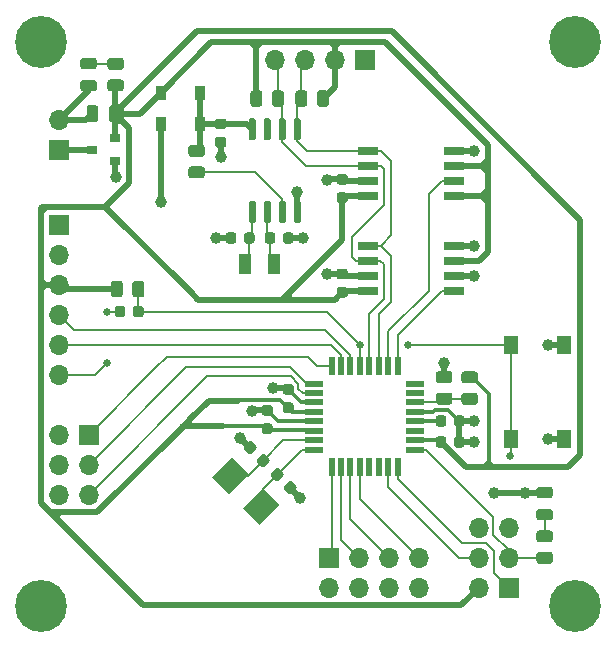
<source format=gbr>
%TF.GenerationSoftware,KiCad,Pcbnew,(5.1.9)-1*%
%TF.CreationDate,2021-02-03T11:38:48-08:00*%
%TF.ProjectId,ATMEGA328_RTC_EEPROM,41544d45-4741-4333-9238-5f5254435f45,1*%
%TF.SameCoordinates,Original*%
%TF.FileFunction,Copper,L1,Top*%
%TF.FilePolarity,Positive*%
%FSLAX46Y46*%
G04 Gerber Fmt 4.6, Leading zero omitted, Abs format (unit mm)*
G04 Created by KiCad (PCBNEW (5.1.9)-1) date 2021-02-03 11:38:48*
%MOMM*%
%LPD*%
G01*
G04 APERTURE LIST*
%TA.AperFunction,SMDPad,CuDef*%
%ADD10R,1.000000X1.800000*%
%TD*%
%TA.AperFunction,SMDPad,CuDef*%
%ADD11C,0.100000*%
%TD*%
%TA.AperFunction,SMDPad,CuDef*%
%ADD12R,1.700000X0.650000*%
%TD*%
%TA.AperFunction,SMDPad,CuDef*%
%ADD13R,0.550000X1.600000*%
%TD*%
%TA.AperFunction,SMDPad,CuDef*%
%ADD14R,1.600000X0.550000*%
%TD*%
%TA.AperFunction,SMDPad,CuDef*%
%ADD15R,1.300000X1.550000*%
%TD*%
%TA.AperFunction,SMDPad,CuDef*%
%ADD16R,0.900000X0.800000*%
%TD*%
%TA.AperFunction,ComponentPad*%
%ADD17O,1.700000X1.700000*%
%TD*%
%TA.AperFunction,ComponentPad*%
%ADD18R,1.700000X1.700000*%
%TD*%
%TA.AperFunction,SMDPad,CuDef*%
%ADD19R,0.900000X1.200000*%
%TD*%
%TA.AperFunction,ComponentPad*%
%ADD20C,4.400000*%
%TD*%
%TA.AperFunction,ViaPad*%
%ADD21C,1.000000*%
%TD*%
%TA.AperFunction,ViaPad*%
%ADD22C,0.650000*%
%TD*%
%TA.AperFunction,Conductor*%
%ADD23C,0.300000*%
%TD*%
%TA.AperFunction,Conductor*%
%ADD24C,0.500000*%
%TD*%
%TA.AperFunction,Conductor*%
%ADD25C,0.200000*%
%TD*%
G04 APERTURE END LIST*
D10*
%TO.P,Y2,1*%
%TO.N,/X1*%
X147086000Y-97790000D03*
%TO.P,Y2,2*%
%TO.N,/X2*%
X149586000Y-97790000D03*
%TD*%
%TA.AperFunction,SMDPad,CuDef*%
D11*
%TO.P,Y1,2*%
%TO.N,/XTAL2*%
G36*
X146907365Y-118505421D02*
G01*
X148604421Y-116808365D01*
X150018635Y-118222579D01*
X148321579Y-119919635D01*
X146907365Y-118505421D01*
G37*
%TD.AperFunction*%
%TA.AperFunction,SMDPad,CuDef*%
%TO.P,Y1,1*%
%TO.N,/XTAL1*%
G36*
X144291069Y-115889125D02*
G01*
X145988125Y-114192069D01*
X147402339Y-115606283D01*
X145705283Y-117303339D01*
X144291069Y-115889125D01*
G37*
%TD.AperFunction*%
%TD*%
%TO.P,U4,1*%
%TO.N,/X1*%
%TA.AperFunction,SMDPad,CuDef*%
G36*
G01*
X147851000Y-94366000D02*
X147551000Y-94366000D01*
G75*
G02*
X147401000Y-94216000I0J150000D01*
G01*
X147401000Y-92616000D01*
G75*
G02*
X147551000Y-92466000I150000J0D01*
G01*
X147851000Y-92466000D01*
G75*
G02*
X148001000Y-92616000I0J-150000D01*
G01*
X148001000Y-94216000D01*
G75*
G02*
X147851000Y-94366000I-150000J0D01*
G01*
G37*
%TD.AperFunction*%
%TO.P,U4,2*%
%TO.N,/X2*%
%TA.AperFunction,SMDPad,CuDef*%
G36*
G01*
X149121000Y-94366000D02*
X148821000Y-94366000D01*
G75*
G02*
X148671000Y-94216000I0J150000D01*
G01*
X148671000Y-92616000D01*
G75*
G02*
X148821000Y-92466000I150000J0D01*
G01*
X149121000Y-92466000D01*
G75*
G02*
X149271000Y-92616000I0J-150000D01*
G01*
X149271000Y-94216000D01*
G75*
G02*
X149121000Y-94366000I-150000J0D01*
G01*
G37*
%TD.AperFunction*%
%TO.P,U4,3*%
%TO.N,Net-(R5-Pad2)*%
%TA.AperFunction,SMDPad,CuDef*%
G36*
G01*
X150391000Y-94366000D02*
X150091000Y-94366000D01*
G75*
G02*
X149941000Y-94216000I0J150000D01*
G01*
X149941000Y-92616000D01*
G75*
G02*
X150091000Y-92466000I150000J0D01*
G01*
X150391000Y-92466000D01*
G75*
G02*
X150541000Y-92616000I0J-150000D01*
G01*
X150541000Y-94216000D01*
G75*
G02*
X150391000Y-94366000I-150000J0D01*
G01*
G37*
%TD.AperFunction*%
%TO.P,U4,4*%
%TO.N,GND*%
%TA.AperFunction,SMDPad,CuDef*%
G36*
G01*
X151661000Y-94366000D02*
X151361000Y-94366000D01*
G75*
G02*
X151211000Y-94216000I0J150000D01*
G01*
X151211000Y-92616000D01*
G75*
G02*
X151361000Y-92466000I150000J0D01*
G01*
X151661000Y-92466000D01*
G75*
G02*
X151811000Y-92616000I0J-150000D01*
G01*
X151811000Y-94216000D01*
G75*
G02*
X151661000Y-94366000I-150000J0D01*
G01*
G37*
%TD.AperFunction*%
%TO.P,U4,5*%
%TO.N,/SDA*%
%TA.AperFunction,SMDPad,CuDef*%
G36*
G01*
X151661000Y-87366000D02*
X151361000Y-87366000D01*
G75*
G02*
X151211000Y-87216000I0J150000D01*
G01*
X151211000Y-85616000D01*
G75*
G02*
X151361000Y-85466000I150000J0D01*
G01*
X151661000Y-85466000D01*
G75*
G02*
X151811000Y-85616000I0J-150000D01*
G01*
X151811000Y-87216000D01*
G75*
G02*
X151661000Y-87366000I-150000J0D01*
G01*
G37*
%TD.AperFunction*%
%TO.P,U4,6*%
%TO.N,/SCL*%
%TA.AperFunction,SMDPad,CuDef*%
G36*
G01*
X150391000Y-87366000D02*
X150091000Y-87366000D01*
G75*
G02*
X149941000Y-87216000I0J150000D01*
G01*
X149941000Y-85616000D01*
G75*
G02*
X150091000Y-85466000I150000J0D01*
G01*
X150391000Y-85466000D01*
G75*
G02*
X150541000Y-85616000I0J-150000D01*
G01*
X150541000Y-87216000D01*
G75*
G02*
X150391000Y-87366000I-150000J0D01*
G01*
G37*
%TD.AperFunction*%
%TO.P,U4,7*%
%TO.N,Net-(U4-Pad7)*%
%TA.AperFunction,SMDPad,CuDef*%
G36*
G01*
X149121000Y-87366000D02*
X148821000Y-87366000D01*
G75*
G02*
X148671000Y-87216000I0J150000D01*
G01*
X148671000Y-85616000D01*
G75*
G02*
X148821000Y-85466000I150000J0D01*
G01*
X149121000Y-85466000D01*
G75*
G02*
X149271000Y-85616000I0J-150000D01*
G01*
X149271000Y-87216000D01*
G75*
G02*
X149121000Y-87366000I-150000J0D01*
G01*
G37*
%TD.AperFunction*%
%TO.P,U4,8*%
%TO.N,/Vcc2*%
%TA.AperFunction,SMDPad,CuDef*%
G36*
G01*
X147851000Y-87366000D02*
X147551000Y-87366000D01*
G75*
G02*
X147401000Y-87216000I0J150000D01*
G01*
X147401000Y-85616000D01*
G75*
G02*
X147551000Y-85466000I150000J0D01*
G01*
X147851000Y-85466000D01*
G75*
G02*
X148001000Y-85616000I0J-150000D01*
G01*
X148001000Y-87216000D01*
G75*
G02*
X147851000Y-87366000I-150000J0D01*
G01*
G37*
%TD.AperFunction*%
%TD*%
D12*
%TO.P,U3,8*%
%TO.N,/Vcc*%
X157513000Y-92075000D03*
%TO.P,U3,7*%
%TO.N,GND*%
X157513000Y-90805000D03*
%TO.P,U3,6*%
%TO.N,/SCL*%
X157513000Y-89535000D03*
%TO.P,U3,5*%
%TO.N,/SDA*%
X157513000Y-88265000D03*
%TO.P,U3,4*%
%TO.N,GND*%
X164813000Y-88265000D03*
%TO.P,U3,3*%
%TO.N,/Vcc*%
X164813000Y-89535000D03*
%TO.P,U3,2*%
%TO.N,/ADDR2*%
X164813000Y-90805000D03*
%TO.P,U3,1*%
%TO.N,/Vcc*%
X164813000Y-92075000D03*
%TD*%
%TO.P,U2,8*%
%TO.N,/Vcc*%
X157513000Y-100076000D03*
%TO.P,U2,7*%
%TO.N,GND*%
X157513000Y-98806000D03*
%TO.P,U2,6*%
%TO.N,/SCL*%
X157513000Y-97536000D03*
%TO.P,U2,5*%
%TO.N,/SDA*%
X157513000Y-96266000D03*
%TO.P,U2,4*%
%TO.N,GND*%
X164813000Y-96266000D03*
%TO.P,U2,3*%
%TO.N,/Vcc*%
X164813000Y-97536000D03*
%TO.P,U2,2*%
%TO.N,GND*%
X164813000Y-98806000D03*
%TO.P,U2,1*%
%TO.N,/ADDR1*%
X164813000Y-100076000D03*
%TD*%
D13*
%TO.P,U1,32*%
%TO.N,/D2*%
X154426000Y-106494000D03*
%TO.P,U1,31*%
%TO.N,/TX*%
X155226000Y-106494000D03*
%TO.P,U1,30*%
%TO.N,/RX*%
X156026000Y-106494000D03*
%TO.P,U1,29*%
%TO.N,/~RESET*%
X156826000Y-106494000D03*
%TO.P,U1,28*%
%TO.N,/SCL*%
X157626000Y-106494000D03*
%TO.P,U1,27*%
%TO.N,/SDA*%
X158426000Y-106494000D03*
%TO.P,U1,26*%
%TO.N,/ADDR2*%
X159226000Y-106494000D03*
%TO.P,U1,25*%
%TO.N,/ADDR1*%
X160026000Y-106494000D03*
D14*
%TO.P,U1,24*%
%TO.N,Net-(U1-Pad24)*%
X161476000Y-107944000D03*
%TO.P,U1,23*%
%TO.N,Net-(U1-Pad23)*%
X161476000Y-108744000D03*
%TO.P,U1,22*%
%TO.N,/VSUPPLY*%
X161476000Y-109544000D03*
%TO.P,U1,21*%
%TO.N,GND*%
X161476000Y-110344000D03*
%TO.P,U1,20*%
%TO.N,Net-(C4-Pad1)*%
X161476000Y-111144000D03*
%TO.P,U1,19*%
%TO.N,Net-(U1-Pad19)*%
X161476000Y-111944000D03*
%TO.P,U1,18*%
%TO.N,/Vcc*%
X161476000Y-112744000D03*
%TO.P,U1,17*%
%TO.N,/SCK*%
X161476000Y-113544000D03*
D13*
%TO.P,U1,16*%
%TO.N,/MISO*%
X160026000Y-114994000D03*
%TO.P,U1,15*%
%TO.N,/MOSI*%
X159226000Y-114994000D03*
%TO.P,U1,14*%
%TO.N,Net-(U1-Pad14)*%
X158426000Y-114994000D03*
%TO.P,U1,13*%
%TO.N,Net-(U1-Pad13)*%
X157626000Y-114994000D03*
%TO.P,U1,12*%
%TO.N,/D8*%
X156826000Y-114994000D03*
%TO.P,U1,11*%
%TO.N,/D7*%
X156026000Y-114994000D03*
%TO.P,U1,10*%
%TO.N,/D6*%
X155226000Y-114994000D03*
%TO.P,U1,9*%
%TO.N,/D5*%
X154426000Y-114994000D03*
D14*
%TO.P,U1,8*%
%TO.N,/XTAL2*%
X152976000Y-113544000D03*
%TO.P,U1,7*%
%TO.N,/XTAL1*%
X152976000Y-112744000D03*
%TO.P,U1,6*%
%TO.N,/Vcc*%
X152976000Y-111944000D03*
%TO.P,U1,5*%
%TO.N,GND*%
X152976000Y-111144000D03*
%TO.P,U1,4*%
%TO.N,/Vcc*%
X152976000Y-110344000D03*
%TO.P,U1,3*%
%TO.N,GND*%
X152976000Y-109544000D03*
%TO.P,U1,2*%
%TO.N,/D4*%
X152976000Y-108744000D03*
%TO.P,U1,1*%
%TO.N,/D3*%
X152976000Y-107944000D03*
%TD*%
D15*
%TO.P,SW1,2*%
%TO.N,/~RESET*%
X169581000Y-104648000D03*
%TO.P,SW1,1*%
%TO.N,GND*%
X174081000Y-104648000D03*
X174081000Y-112608000D03*
%TO.P,SW1,2*%
%TO.N,/~RESET*%
X169581000Y-112608000D03*
%TD*%
%TO.P,R6,1*%
%TO.N,/Vcc*%
%TA.AperFunction,SMDPad,CuDef*%
G36*
G01*
X136594001Y-83213000D02*
X135693999Y-83213000D01*
G75*
G02*
X135444000Y-82963001I0J249999D01*
G01*
X135444000Y-82437999D01*
G75*
G02*
X135693999Y-82188000I249999J0D01*
G01*
X136594001Y-82188000D01*
G75*
G02*
X136844000Y-82437999I0J-249999D01*
G01*
X136844000Y-82963001D01*
G75*
G02*
X136594001Y-83213000I-249999J0D01*
G01*
G37*
%TD.AperFunction*%
%TO.P,R6,2*%
%TO.N,Net-(D4-Pad2)*%
%TA.AperFunction,SMDPad,CuDef*%
G36*
G01*
X136594001Y-81388000D02*
X135693999Y-81388000D01*
G75*
G02*
X135444000Y-81138001I0J249999D01*
G01*
X135444000Y-80612999D01*
G75*
G02*
X135693999Y-80363000I249999J0D01*
G01*
X136594001Y-80363000D01*
G75*
G02*
X136844000Y-80612999I0J-249999D01*
G01*
X136844000Y-81138001D01*
G75*
G02*
X136594001Y-81388000I-249999J0D01*
G01*
G37*
%TD.AperFunction*%
%TD*%
%TO.P,R5,1*%
%TO.N,/Vcc2*%
%TA.AperFunction,SMDPad,CuDef*%
G36*
G01*
X142551999Y-87729000D02*
X143452001Y-87729000D01*
G75*
G02*
X143702000Y-87978999I0J-249999D01*
G01*
X143702000Y-88504001D01*
G75*
G02*
X143452001Y-88754000I-249999J0D01*
G01*
X142551999Y-88754000D01*
G75*
G02*
X142302000Y-88504001I0J249999D01*
G01*
X142302000Y-87978999D01*
G75*
G02*
X142551999Y-87729000I249999J0D01*
G01*
G37*
%TD.AperFunction*%
%TO.P,R5,2*%
%TO.N,Net-(R5-Pad2)*%
%TA.AperFunction,SMDPad,CuDef*%
G36*
G01*
X142551999Y-89554000D02*
X143452001Y-89554000D01*
G75*
G02*
X143702000Y-89803999I0J-249999D01*
G01*
X143702000Y-90329001D01*
G75*
G02*
X143452001Y-90579000I-249999J0D01*
G01*
X142551999Y-90579000D01*
G75*
G02*
X142302000Y-90329001I0J249999D01*
G01*
X142302000Y-89803999D01*
G75*
G02*
X142551999Y-89554000I249999J0D01*
G01*
G37*
%TD.AperFunction*%
%TD*%
%TO.P,R4,1*%
%TO.N,/Vcc*%
%TA.AperFunction,SMDPad,CuDef*%
G36*
G01*
X154206000Y-83369999D02*
X154206000Y-84270001D01*
G75*
G02*
X153956001Y-84520000I-249999J0D01*
G01*
X153430999Y-84520000D01*
G75*
G02*
X153181000Y-84270001I0J249999D01*
G01*
X153181000Y-83369999D01*
G75*
G02*
X153430999Y-83120000I249999J0D01*
G01*
X153956001Y-83120000D01*
G75*
G02*
X154206000Y-83369999I0J-249999D01*
G01*
G37*
%TD.AperFunction*%
%TO.P,R4,2*%
%TO.N,/SDA*%
%TA.AperFunction,SMDPad,CuDef*%
G36*
G01*
X152381000Y-83369999D02*
X152381000Y-84270001D01*
G75*
G02*
X152131001Y-84520000I-249999J0D01*
G01*
X151605999Y-84520000D01*
G75*
G02*
X151356000Y-84270001I0J249999D01*
G01*
X151356000Y-83369999D01*
G75*
G02*
X151605999Y-83120000I249999J0D01*
G01*
X152131001Y-83120000D01*
G75*
G02*
X152381000Y-83369999I0J-249999D01*
G01*
G37*
%TD.AperFunction*%
%TD*%
%TO.P,R3,2*%
%TO.N,Net-(D1-Pad2)*%
%TA.AperFunction,SMDPad,CuDef*%
G36*
G01*
X172916001Y-121393000D02*
X172015999Y-121393000D01*
G75*
G02*
X171766000Y-121143001I0J249999D01*
G01*
X171766000Y-120617999D01*
G75*
G02*
X172015999Y-120368000I249999J0D01*
G01*
X172916001Y-120368000D01*
G75*
G02*
X173166000Y-120617999I0J-249999D01*
G01*
X173166000Y-121143001D01*
G75*
G02*
X172916001Y-121393000I-249999J0D01*
G01*
G37*
%TD.AperFunction*%
%TO.P,R3,1*%
%TO.N,/SCK*%
%TA.AperFunction,SMDPad,CuDef*%
G36*
G01*
X172916001Y-123218000D02*
X172015999Y-123218000D01*
G75*
G02*
X171766000Y-122968001I0J249999D01*
G01*
X171766000Y-122442999D01*
G75*
G02*
X172015999Y-122193000I249999J0D01*
G01*
X172916001Y-122193000D01*
G75*
G02*
X173166000Y-122442999I0J-249999D01*
G01*
X173166000Y-122968001D01*
G75*
G02*
X172916001Y-123218000I-249999J0D01*
G01*
G37*
%TD.AperFunction*%
%TD*%
%TO.P,R2,1*%
%TO.N,/Vcc*%
%TA.AperFunction,SMDPad,CuDef*%
G36*
G01*
X147546000Y-84270001D02*
X147546000Y-83369999D01*
G75*
G02*
X147795999Y-83120000I249999J0D01*
G01*
X148321001Y-83120000D01*
G75*
G02*
X148571000Y-83369999I0J-249999D01*
G01*
X148571000Y-84270001D01*
G75*
G02*
X148321001Y-84520000I-249999J0D01*
G01*
X147795999Y-84520000D01*
G75*
G02*
X147546000Y-84270001I0J249999D01*
G01*
G37*
%TD.AperFunction*%
%TO.P,R2,2*%
%TO.N,/SCL*%
%TA.AperFunction,SMDPad,CuDef*%
G36*
G01*
X149371000Y-84270001D02*
X149371000Y-83369999D01*
G75*
G02*
X149620999Y-83120000I249999J0D01*
G01*
X150146001Y-83120000D01*
G75*
G02*
X150396000Y-83369999I0J-249999D01*
G01*
X150396000Y-84270001D01*
G75*
G02*
X150146001Y-84520000I-249999J0D01*
G01*
X149620999Y-84520000D01*
G75*
G02*
X149371000Y-84270001I0J249999D01*
G01*
G37*
%TD.AperFunction*%
%TD*%
%TO.P,R1,2*%
%TO.N,/~RESET*%
%TA.AperFunction,SMDPad,CuDef*%
G36*
G01*
X137560000Y-100399001D02*
X137560000Y-99498999D01*
G75*
G02*
X137809999Y-99249000I249999J0D01*
G01*
X138335001Y-99249000D01*
G75*
G02*
X138585000Y-99498999I0J-249999D01*
G01*
X138585000Y-100399001D01*
G75*
G02*
X138335001Y-100649000I-249999J0D01*
G01*
X137809999Y-100649000D01*
G75*
G02*
X137560000Y-100399001I0J249999D01*
G01*
G37*
%TD.AperFunction*%
%TO.P,R1,1*%
%TO.N,/Vcc*%
%TA.AperFunction,SMDPad,CuDef*%
G36*
G01*
X135735000Y-100399001D02*
X135735000Y-99498999D01*
G75*
G02*
X135984999Y-99249000I249999J0D01*
G01*
X136510001Y-99249000D01*
G75*
G02*
X136760000Y-99498999I0J-249999D01*
G01*
X136760000Y-100399001D01*
G75*
G02*
X136510001Y-100649000I-249999J0D01*
G01*
X135984999Y-100649000D01*
G75*
G02*
X135735000Y-100399001I0J249999D01*
G01*
G37*
%TD.AperFunction*%
%TD*%
D16*
%TO.P,Q1,1*%
%TO.N,GND*%
X136128000Y-89088000D03*
%TO.P,Q1,2*%
%TO.N,/Vcc*%
X136128000Y-87188000D03*
%TO.P,Q1,3*%
%TO.N,/Vin*%
X134128000Y-88138000D03*
%TD*%
D17*
%TO.P,J4,6*%
%TO.N,GND*%
X166878000Y-120142000D03*
%TO.P,J4,5*%
%TO.N,/~RESET*%
X169418000Y-120142000D03*
%TO.P,J4,4*%
%TO.N,/MOSI*%
X166878000Y-122682000D03*
%TO.P,J4,3*%
%TO.N,/SCK*%
X169418000Y-122682000D03*
%TO.P,J4,2*%
%TO.N,/Vcc*%
X166878000Y-125222000D03*
D18*
%TO.P,J4,1*%
%TO.N,/MISO*%
X169418000Y-125222000D03*
%TD*%
%TO.P,J3,1*%
%TO.N,GND*%
X157226000Y-80518000D03*
D17*
%TO.P,J3,2*%
%TO.N,/Vcc*%
X154686000Y-80518000D03*
%TO.P,J3,3*%
%TO.N,/SDA*%
X152146000Y-80518000D03*
%TO.P,J3,4*%
%TO.N,/SCL*%
X149606000Y-80518000D03*
%TD*%
%TO.P,J1,6*%
%TO.N,/DTR*%
X131318000Y-107188000D03*
%TO.P,J1,5*%
%TO.N,/TX*%
X131318000Y-104648000D03*
%TO.P,J1,4*%
%TO.N,/RX*%
X131318000Y-102108000D03*
%TO.P,J1,3*%
%TO.N,/Vcc*%
X131318000Y-99568000D03*
%TO.P,J1,2*%
%TO.N,GND*%
X131318000Y-97028000D03*
D18*
%TO.P,J1,1*%
X131318000Y-94488000D03*
%TD*%
%TO.P,D4,1*%
%TO.N,GND*%
%TA.AperFunction,SMDPad,CuDef*%
G36*
G01*
X134314250Y-83213000D02*
X133401750Y-83213000D01*
G75*
G02*
X133158000Y-82969250I0J243750D01*
G01*
X133158000Y-82481750D01*
G75*
G02*
X133401750Y-82238000I243750J0D01*
G01*
X134314250Y-82238000D01*
G75*
G02*
X134558000Y-82481750I0J-243750D01*
G01*
X134558000Y-82969250D01*
G75*
G02*
X134314250Y-83213000I-243750J0D01*
G01*
G37*
%TD.AperFunction*%
%TO.P,D4,2*%
%TO.N,Net-(D4-Pad2)*%
%TA.AperFunction,SMDPad,CuDef*%
G36*
G01*
X134314250Y-81338000D02*
X133401750Y-81338000D01*
G75*
G02*
X133158000Y-81094250I0J243750D01*
G01*
X133158000Y-80606750D01*
G75*
G02*
X133401750Y-80363000I243750J0D01*
G01*
X134314250Y-80363000D01*
G75*
G02*
X134558000Y-80606750I0J-243750D01*
G01*
X134558000Y-81094250D01*
G75*
G02*
X134314250Y-81338000I-243750J0D01*
G01*
G37*
%TD.AperFunction*%
%TD*%
D19*
%TO.P,D3,1*%
%TO.N,/Vcc2*%
X143255000Y-85979000D03*
%TO.P,D3,2*%
%TO.N,Net-(BT1-Pad1)*%
X139955000Y-85979000D03*
%TD*%
%TO.P,D2,1*%
%TO.N,/Vcc2*%
X143255000Y-83312000D03*
%TO.P,D2,2*%
%TO.N,/Vcc*%
X139955000Y-83312000D03*
%TD*%
%TO.P,D1,2*%
%TO.N,Net-(D1-Pad2)*%
%TA.AperFunction,SMDPad,CuDef*%
G36*
G01*
X172009750Y-118560000D02*
X172922250Y-118560000D01*
G75*
G02*
X173166000Y-118803750I0J-243750D01*
G01*
X173166000Y-119291250D01*
G75*
G02*
X172922250Y-119535000I-243750J0D01*
G01*
X172009750Y-119535000D01*
G75*
G02*
X171766000Y-119291250I0J243750D01*
G01*
X171766000Y-118803750D01*
G75*
G02*
X172009750Y-118560000I243750J0D01*
G01*
G37*
%TD.AperFunction*%
%TO.P,D1,1*%
%TO.N,GND*%
%TA.AperFunction,SMDPad,CuDef*%
G36*
G01*
X172009750Y-116685000D02*
X172922250Y-116685000D01*
G75*
G02*
X173166000Y-116928750I0J-243750D01*
G01*
X173166000Y-117416250D01*
G75*
G02*
X172922250Y-117660000I-243750J0D01*
G01*
X172009750Y-117660000D01*
G75*
G02*
X171766000Y-117416250I0J243750D01*
G01*
X171766000Y-116928750D01*
G75*
G02*
X172009750Y-116685000I243750J0D01*
G01*
G37*
%TD.AperFunction*%
%TD*%
%TO.P,C11,2*%
%TO.N,/DTR*%
%TA.AperFunction,SMDPad,CuDef*%
G36*
G01*
X136962000Y-101604000D02*
X136962000Y-102104000D01*
G75*
G02*
X136737000Y-102329000I-225000J0D01*
G01*
X136287000Y-102329000D01*
G75*
G02*
X136062000Y-102104000I0J225000D01*
G01*
X136062000Y-101604000D01*
G75*
G02*
X136287000Y-101379000I225000J0D01*
G01*
X136737000Y-101379000D01*
G75*
G02*
X136962000Y-101604000I0J-225000D01*
G01*
G37*
%TD.AperFunction*%
%TO.P,C11,1*%
%TO.N,/~RESET*%
%TA.AperFunction,SMDPad,CuDef*%
G36*
G01*
X138512000Y-101604000D02*
X138512000Y-102104000D01*
G75*
G02*
X138287000Y-102329000I-225000J0D01*
G01*
X137837000Y-102329000D01*
G75*
G02*
X137612000Y-102104000I0J225000D01*
G01*
X137612000Y-101604000D01*
G75*
G02*
X137837000Y-101379000I225000J0D01*
G01*
X138287000Y-101379000D01*
G75*
G02*
X138512000Y-101604000I0J-225000D01*
G01*
G37*
%TD.AperFunction*%
%TD*%
%TO.P,C10,1*%
%TO.N,/Vcc2*%
%TA.AperFunction,SMDPad,CuDef*%
G36*
G01*
X144784000Y-85516000D02*
X145284000Y-85516000D01*
G75*
G02*
X145509000Y-85741000I0J-225000D01*
G01*
X145509000Y-86191000D01*
G75*
G02*
X145284000Y-86416000I-225000J0D01*
G01*
X144784000Y-86416000D01*
G75*
G02*
X144559000Y-86191000I0J225000D01*
G01*
X144559000Y-85741000D01*
G75*
G02*
X144784000Y-85516000I225000J0D01*
G01*
G37*
%TD.AperFunction*%
%TO.P,C10,2*%
%TO.N,GND*%
%TA.AperFunction,SMDPad,CuDef*%
G36*
G01*
X144784000Y-87066000D02*
X145284000Y-87066000D01*
G75*
G02*
X145509000Y-87291000I0J-225000D01*
G01*
X145509000Y-87741000D01*
G75*
G02*
X145284000Y-87966000I-225000J0D01*
G01*
X144784000Y-87966000D01*
G75*
G02*
X144559000Y-87741000I0J225000D01*
G01*
X144559000Y-87291000D01*
G75*
G02*
X144784000Y-87066000I225000J0D01*
G01*
G37*
%TD.AperFunction*%
%TD*%
%TO.P,C9,2*%
%TO.N,GND*%
%TA.AperFunction,SMDPad,CuDef*%
G36*
G01*
X155571000Y-91115000D02*
X155071000Y-91115000D01*
G75*
G02*
X154846000Y-90890000I0J225000D01*
G01*
X154846000Y-90440000D01*
G75*
G02*
X155071000Y-90215000I225000J0D01*
G01*
X155571000Y-90215000D01*
G75*
G02*
X155796000Y-90440000I0J-225000D01*
G01*
X155796000Y-90890000D01*
G75*
G02*
X155571000Y-91115000I-225000J0D01*
G01*
G37*
%TD.AperFunction*%
%TO.P,C9,1*%
%TO.N,/Vcc*%
%TA.AperFunction,SMDPad,CuDef*%
G36*
G01*
X155571000Y-92665000D02*
X155071000Y-92665000D01*
G75*
G02*
X154846000Y-92440000I0J225000D01*
G01*
X154846000Y-91990000D01*
G75*
G02*
X155071000Y-91765000I225000J0D01*
G01*
X155571000Y-91765000D01*
G75*
G02*
X155796000Y-91990000I0J-225000D01*
G01*
X155796000Y-92440000D01*
G75*
G02*
X155571000Y-92665000I-225000J0D01*
G01*
G37*
%TD.AperFunction*%
%TD*%
%TO.P,C8,2*%
%TO.N,GND*%
%TA.AperFunction,SMDPad,CuDef*%
G36*
G01*
X155571000Y-99116000D02*
X155071000Y-99116000D01*
G75*
G02*
X154846000Y-98891000I0J225000D01*
G01*
X154846000Y-98441000D01*
G75*
G02*
X155071000Y-98216000I225000J0D01*
G01*
X155571000Y-98216000D01*
G75*
G02*
X155796000Y-98441000I0J-225000D01*
G01*
X155796000Y-98891000D01*
G75*
G02*
X155571000Y-99116000I-225000J0D01*
G01*
G37*
%TD.AperFunction*%
%TO.P,C8,1*%
%TO.N,/Vcc*%
%TA.AperFunction,SMDPad,CuDef*%
G36*
G01*
X155571000Y-100666000D02*
X155071000Y-100666000D01*
G75*
G02*
X154846000Y-100441000I0J225000D01*
G01*
X154846000Y-99991000D01*
G75*
G02*
X155071000Y-99766000I225000J0D01*
G01*
X155571000Y-99766000D01*
G75*
G02*
X155796000Y-99991000I0J-225000D01*
G01*
X155796000Y-100441000D01*
G75*
G02*
X155571000Y-100666000I-225000J0D01*
G01*
G37*
%TD.AperFunction*%
%TD*%
%TO.P,C3,1*%
%TO.N,/Vcc*%
%TA.AperFunction,SMDPad,CuDef*%
G36*
G01*
X136578000Y-84615000D02*
X136578000Y-85565000D01*
G75*
G02*
X136328000Y-85815000I-250000J0D01*
G01*
X135828000Y-85815000D01*
G75*
G02*
X135578000Y-85565000I0J250000D01*
G01*
X135578000Y-84615000D01*
G75*
G02*
X135828000Y-84365000I250000J0D01*
G01*
X136328000Y-84365000D01*
G75*
G02*
X136578000Y-84615000I0J-250000D01*
G01*
G37*
%TD.AperFunction*%
%TO.P,C3,2*%
%TO.N,GND*%
%TA.AperFunction,SMDPad,CuDef*%
G36*
G01*
X134678000Y-84615000D02*
X134678000Y-85565000D01*
G75*
G02*
X134428000Y-85815000I-250000J0D01*
G01*
X133928000Y-85815000D01*
G75*
G02*
X133678000Y-85565000I0J250000D01*
G01*
X133678000Y-84615000D01*
G75*
G02*
X133928000Y-84365000I250000J0D01*
G01*
X134428000Y-84365000D01*
G75*
G02*
X134678000Y-84615000I0J-250000D01*
G01*
G37*
%TD.AperFunction*%
%TD*%
D18*
%TO.P,BT2,1*%
%TO.N,/Vin*%
X131318000Y-88138000D03*
D17*
%TO.P,BT2,2*%
%TO.N,GND*%
X131318000Y-85598000D03*
%TD*%
%TO.P,C1,2*%
%TO.N,GND*%
%TA.AperFunction,SMDPad,CuDef*%
G36*
G01*
X148028967Y-113512413D02*
X147675413Y-113865967D01*
G75*
G02*
X147357215Y-113865967I-159099J159099D01*
G01*
X147039017Y-113547769D01*
G75*
G02*
X147039017Y-113229571I159099J159099D01*
G01*
X147392571Y-112876017D01*
G75*
G02*
X147710769Y-112876017I159099J-159099D01*
G01*
X148028967Y-113194215D01*
G75*
G02*
X148028967Y-113512413I-159099J-159099D01*
G01*
G37*
%TD.AperFunction*%
%TO.P,C1,1*%
%TO.N,/XTAL1*%
%TA.AperFunction,SMDPad,CuDef*%
G36*
G01*
X149124983Y-114608429D02*
X148771429Y-114961983D01*
G75*
G02*
X148453231Y-114961983I-159099J159099D01*
G01*
X148135033Y-114643785D01*
G75*
G02*
X148135033Y-114325587I159099J159099D01*
G01*
X148488587Y-113972033D01*
G75*
G02*
X148806785Y-113972033I159099J-159099D01*
G01*
X149124983Y-114290231D01*
G75*
G02*
X149124983Y-114608429I-159099J-159099D01*
G01*
G37*
%TD.AperFunction*%
%TD*%
%TO.P,C2,2*%
%TO.N,GND*%
%TA.AperFunction,SMDPad,CuDef*%
G36*
G01*
X150421033Y-116611587D02*
X150774587Y-116258033D01*
G75*
G02*
X151092785Y-116258033I159099J-159099D01*
G01*
X151410983Y-116576231D01*
G75*
G02*
X151410983Y-116894429I-159099J-159099D01*
G01*
X151057429Y-117247983D01*
G75*
G02*
X150739231Y-117247983I-159099J159099D01*
G01*
X150421033Y-116929785D01*
G75*
G02*
X150421033Y-116611587I159099J159099D01*
G01*
G37*
%TD.AperFunction*%
%TO.P,C2,1*%
%TO.N,/XTAL2*%
%TA.AperFunction,SMDPad,CuDef*%
G36*
G01*
X149325017Y-115515571D02*
X149678571Y-115162017D01*
G75*
G02*
X149996769Y-115162017I159099J-159099D01*
G01*
X150314967Y-115480215D01*
G75*
G02*
X150314967Y-115798413I-159099J-159099D01*
G01*
X149961413Y-116151967D01*
G75*
G02*
X149643215Y-116151967I-159099J159099D01*
G01*
X149325017Y-115833769D01*
G75*
G02*
X149325017Y-115515571I159099J159099D01*
G01*
G37*
%TD.AperFunction*%
%TD*%
%TO.P,C4,1*%
%TO.N,Net-(C4-Pad1)*%
%TA.AperFunction,SMDPad,CuDef*%
G36*
G01*
X163240000Y-111375000D02*
X163240000Y-110875000D01*
G75*
G02*
X163465000Y-110650000I225000J0D01*
G01*
X163915000Y-110650000D01*
G75*
G02*
X164140000Y-110875000I0J-225000D01*
G01*
X164140000Y-111375000D01*
G75*
G02*
X163915000Y-111600000I-225000J0D01*
G01*
X163465000Y-111600000D01*
G75*
G02*
X163240000Y-111375000I0J225000D01*
G01*
G37*
%TD.AperFunction*%
%TO.P,C4,2*%
%TO.N,GND*%
%TA.AperFunction,SMDPad,CuDef*%
G36*
G01*
X164790000Y-111375000D02*
X164790000Y-110875000D01*
G75*
G02*
X165015000Y-110650000I225000J0D01*
G01*
X165465000Y-110650000D01*
G75*
G02*
X165690000Y-110875000I0J-225000D01*
G01*
X165690000Y-111375000D01*
G75*
G02*
X165465000Y-111600000I-225000J0D01*
G01*
X165015000Y-111600000D01*
G75*
G02*
X164790000Y-111375000I0J225000D01*
G01*
G37*
%TD.AperFunction*%
%TD*%
%TO.P,C5,1*%
%TO.N,/Vcc*%
%TA.AperFunction,SMDPad,CuDef*%
G36*
G01*
X150999000Y-110445000D02*
X150499000Y-110445000D01*
G75*
G02*
X150274000Y-110220000I0J225000D01*
G01*
X150274000Y-109770000D01*
G75*
G02*
X150499000Y-109545000I225000J0D01*
G01*
X150999000Y-109545000D01*
G75*
G02*
X151224000Y-109770000I0J-225000D01*
G01*
X151224000Y-110220000D01*
G75*
G02*
X150999000Y-110445000I-225000J0D01*
G01*
G37*
%TD.AperFunction*%
%TO.P,C5,2*%
%TO.N,GND*%
%TA.AperFunction,SMDPad,CuDef*%
G36*
G01*
X150999000Y-108895000D02*
X150499000Y-108895000D01*
G75*
G02*
X150274000Y-108670000I0J225000D01*
G01*
X150274000Y-108220000D01*
G75*
G02*
X150499000Y-107995000I225000J0D01*
G01*
X150999000Y-107995000D01*
G75*
G02*
X151224000Y-108220000I0J-225000D01*
G01*
X151224000Y-108670000D01*
G75*
G02*
X150999000Y-108895000I-225000J0D01*
G01*
G37*
%TD.AperFunction*%
%TD*%
%TO.P,C6,1*%
%TO.N,/Vcc*%
%TA.AperFunction,SMDPad,CuDef*%
G36*
G01*
X149221000Y-112223000D02*
X148721000Y-112223000D01*
G75*
G02*
X148496000Y-111998000I0J225000D01*
G01*
X148496000Y-111548000D01*
G75*
G02*
X148721000Y-111323000I225000J0D01*
G01*
X149221000Y-111323000D01*
G75*
G02*
X149446000Y-111548000I0J-225000D01*
G01*
X149446000Y-111998000D01*
G75*
G02*
X149221000Y-112223000I-225000J0D01*
G01*
G37*
%TD.AperFunction*%
%TO.P,C6,2*%
%TO.N,GND*%
%TA.AperFunction,SMDPad,CuDef*%
G36*
G01*
X149221000Y-110673000D02*
X148721000Y-110673000D01*
G75*
G02*
X148496000Y-110448000I0J225000D01*
G01*
X148496000Y-109998000D01*
G75*
G02*
X148721000Y-109773000I225000J0D01*
G01*
X149221000Y-109773000D01*
G75*
G02*
X149446000Y-109998000I0J-225000D01*
G01*
X149446000Y-110448000D01*
G75*
G02*
X149221000Y-110673000I-225000J0D01*
G01*
G37*
%TD.AperFunction*%
%TD*%
%TO.P,C7,2*%
%TO.N,GND*%
%TA.AperFunction,SMDPad,CuDef*%
G36*
G01*
X164790000Y-113153000D02*
X164790000Y-112653000D01*
G75*
G02*
X165015000Y-112428000I225000J0D01*
G01*
X165465000Y-112428000D01*
G75*
G02*
X165690000Y-112653000I0J-225000D01*
G01*
X165690000Y-113153000D01*
G75*
G02*
X165465000Y-113378000I-225000J0D01*
G01*
X165015000Y-113378000D01*
G75*
G02*
X164790000Y-113153000I0J225000D01*
G01*
G37*
%TD.AperFunction*%
%TO.P,C7,1*%
%TO.N,/Vcc*%
%TA.AperFunction,SMDPad,CuDef*%
G36*
G01*
X163240000Y-113153000D02*
X163240000Y-112653000D01*
G75*
G02*
X163465000Y-112428000I225000J0D01*
G01*
X163915000Y-112428000D01*
G75*
G02*
X164140000Y-112653000I0J-225000D01*
G01*
X164140000Y-113153000D01*
G75*
G02*
X163915000Y-113378000I-225000J0D01*
G01*
X163465000Y-113378000D01*
G75*
G02*
X163240000Y-113153000I0J225000D01*
G01*
G37*
%TD.AperFunction*%
%TD*%
%TO.P,C12,2*%
%TO.N,GND*%
%TA.AperFunction,SMDPad,CuDef*%
G36*
G01*
X146360000Y-95381000D02*
X146360000Y-95881000D01*
G75*
G02*
X146135000Y-96106000I-225000J0D01*
G01*
X145685000Y-96106000D01*
G75*
G02*
X145460000Y-95881000I0J225000D01*
G01*
X145460000Y-95381000D01*
G75*
G02*
X145685000Y-95156000I225000J0D01*
G01*
X146135000Y-95156000D01*
G75*
G02*
X146360000Y-95381000I0J-225000D01*
G01*
G37*
%TD.AperFunction*%
%TO.P,C12,1*%
%TO.N,/X1*%
%TA.AperFunction,SMDPad,CuDef*%
G36*
G01*
X147910000Y-95381000D02*
X147910000Y-95881000D01*
G75*
G02*
X147685000Y-96106000I-225000J0D01*
G01*
X147235000Y-96106000D01*
G75*
G02*
X147010000Y-95881000I0J225000D01*
G01*
X147010000Y-95381000D01*
G75*
G02*
X147235000Y-95156000I225000J0D01*
G01*
X147685000Y-95156000D01*
G75*
G02*
X147910000Y-95381000I0J-225000D01*
G01*
G37*
%TD.AperFunction*%
%TD*%
%TO.P,C13,1*%
%TO.N,/X2*%
%TA.AperFunction,SMDPad,CuDef*%
G36*
G01*
X148762000Y-95881000D02*
X148762000Y-95381000D01*
G75*
G02*
X148987000Y-95156000I225000J0D01*
G01*
X149437000Y-95156000D01*
G75*
G02*
X149662000Y-95381000I0J-225000D01*
G01*
X149662000Y-95881000D01*
G75*
G02*
X149437000Y-96106000I-225000J0D01*
G01*
X148987000Y-96106000D01*
G75*
G02*
X148762000Y-95881000I0J225000D01*
G01*
G37*
%TD.AperFunction*%
%TO.P,C13,2*%
%TO.N,GND*%
%TA.AperFunction,SMDPad,CuDef*%
G36*
G01*
X150312000Y-95881000D02*
X150312000Y-95381000D01*
G75*
G02*
X150537000Y-95156000I225000J0D01*
G01*
X150987000Y-95156000D01*
G75*
G02*
X151212000Y-95381000I0J-225000D01*
G01*
X151212000Y-95881000D01*
G75*
G02*
X150987000Y-96106000I-225000J0D01*
G01*
X150537000Y-96106000D01*
G75*
G02*
X150312000Y-95881000I0J225000D01*
G01*
G37*
%TD.AperFunction*%
%TD*%
D20*
%TO.P,H1,1*%
%TO.N,GND*%
X129794000Y-78994000D03*
%TD*%
%TO.P,H2,1*%
%TO.N,GND*%
X175006000Y-78994000D03*
%TD*%
%TO.P,H3,1*%
%TO.N,GND*%
X129794000Y-126746000D03*
%TD*%
%TO.P,H4,1*%
%TO.N,GND*%
X175006000Y-126746000D03*
%TD*%
%TO.P,R7,1*%
%TO.N,/Vcc*%
%TA.AperFunction,SMDPad,CuDef*%
G36*
G01*
X165665999Y-106906000D02*
X166566001Y-106906000D01*
G75*
G02*
X166816000Y-107155999I0J-249999D01*
G01*
X166816000Y-107681001D01*
G75*
G02*
X166566001Y-107931000I-249999J0D01*
G01*
X165665999Y-107931000D01*
G75*
G02*
X165416000Y-107681001I0J249999D01*
G01*
X165416000Y-107155999D01*
G75*
G02*
X165665999Y-106906000I249999J0D01*
G01*
G37*
%TD.AperFunction*%
%TO.P,R7,2*%
%TO.N,/VSUPPLY*%
%TA.AperFunction,SMDPad,CuDef*%
G36*
G01*
X165665999Y-108731000D02*
X166566001Y-108731000D01*
G75*
G02*
X166816000Y-108980999I0J-249999D01*
G01*
X166816000Y-109506001D01*
G75*
G02*
X166566001Y-109756000I-249999J0D01*
G01*
X165665999Y-109756000D01*
G75*
G02*
X165416000Y-109506001I0J249999D01*
G01*
X165416000Y-108980999D01*
G75*
G02*
X165665999Y-108731000I249999J0D01*
G01*
G37*
%TD.AperFunction*%
%TD*%
%TO.P,R8,1*%
%TO.N,/VSUPPLY*%
%TA.AperFunction,SMDPad,CuDef*%
G36*
G01*
X164407001Y-109732500D02*
X163506999Y-109732500D01*
G75*
G02*
X163257000Y-109482501I0J249999D01*
G01*
X163257000Y-108957499D01*
G75*
G02*
X163506999Y-108707500I249999J0D01*
G01*
X164407001Y-108707500D01*
G75*
G02*
X164657000Y-108957499I0J-249999D01*
G01*
X164657000Y-109482501D01*
G75*
G02*
X164407001Y-109732500I-249999J0D01*
G01*
G37*
%TD.AperFunction*%
%TO.P,R8,2*%
%TO.N,GND*%
%TA.AperFunction,SMDPad,CuDef*%
G36*
G01*
X164407001Y-107907500D02*
X163506999Y-107907500D01*
G75*
G02*
X163257000Y-107657501I0J249999D01*
G01*
X163257000Y-107132499D01*
G75*
G02*
X163506999Y-106882500I249999J0D01*
G01*
X164407001Y-106882500D01*
G75*
G02*
X164657000Y-107132499I0J-249999D01*
G01*
X164657000Y-107657501D01*
G75*
G02*
X164407001Y-107907500I-249999J0D01*
G01*
G37*
%TD.AperFunction*%
%TD*%
D18*
%TO.P,J2,1*%
%TO.N,/D2*%
X133858000Y-112268000D03*
D17*
%TO.P,J2,2*%
%TO.N,GND*%
X131318000Y-112268000D03*
%TO.P,J2,3*%
%TO.N,/D3*%
X133858000Y-114808000D03*
%TO.P,J2,4*%
%TO.N,GND*%
X131318000Y-114808000D03*
%TO.P,J2,5*%
%TO.N,/D4*%
X133858000Y-117348000D03*
%TO.P,J2,6*%
%TO.N,GND*%
X131318000Y-117348000D03*
%TD*%
D18*
%TO.P,J5,1*%
%TO.N,/D5*%
X154178000Y-122682000D03*
D17*
%TO.P,J5,2*%
%TO.N,GND*%
X154178000Y-125222000D03*
%TO.P,J5,3*%
%TO.N,/D6*%
X156718000Y-122682000D03*
%TO.P,J5,4*%
%TO.N,GND*%
X156718000Y-125222000D03*
%TO.P,J5,5*%
%TO.N,/D7*%
X159258000Y-122682000D03*
%TO.P,J5,6*%
%TO.N,GND*%
X159258000Y-125222000D03*
%TO.P,J5,7*%
%TO.N,/D8*%
X161798000Y-122682000D03*
%TO.P,J5,8*%
%TO.N,GND*%
X161798000Y-125222000D03*
%TD*%
D21*
%TO.N,GND*%
X166497000Y-98806000D03*
X168148000Y-117221000D03*
X172720000Y-104648000D03*
X145034000Y-88773000D03*
X163957000Y-106172000D03*
X144653000Y-95631000D03*
X166497000Y-96266000D03*
X146685000Y-112522000D03*
X151765000Y-117602000D03*
X147701000Y-110236000D03*
X149479000Y-108331000D03*
X166497000Y-112903000D03*
X166497000Y-111125000D03*
X172720000Y-112649000D03*
X154051000Y-90678000D03*
X154051000Y-98679000D03*
X152019000Y-95631000D03*
X151511000Y-91694000D03*
X136144000Y-90424000D03*
X166497000Y-88265000D03*
X170815000Y-117221000D03*
%TO.N,Net-(BT1-Pad1)*%
X139954000Y-92583000D03*
D22*
%TO.N,/DTR*%
X135382000Y-101854000D03*
X135382000Y-106172000D03*
%TO.N,/~RESET*%
X169545000Y-114046000D03*
X160909000Y-104648000D03*
X156845000Y-104648000D03*
%TD*%
D23*
%TO.N,GND*%
X151848000Y-109544000D02*
X150749000Y-108445000D01*
X152976000Y-109544000D02*
X151848000Y-109544000D01*
X149892000Y-111144000D02*
X148971000Y-110223000D01*
X152976000Y-111144000D02*
X149892000Y-111144000D01*
X164314990Y-110199990D02*
X165240000Y-111125000D01*
X163041390Y-110344000D02*
X163185400Y-110199990D01*
X163185400Y-110199990D02*
X164314990Y-110199990D01*
X161476000Y-110344000D02*
X163041390Y-110344000D01*
D24*
X133670000Y-85598000D02*
X134178000Y-85090000D01*
X131318000Y-85598000D02*
X133670000Y-85598000D01*
X165240000Y-111125000D02*
X166497000Y-111125000D01*
X165240000Y-112903000D02*
X166497000Y-112903000D01*
X165240000Y-111125000D02*
X165240000Y-112903000D01*
X150916008Y-116753008D02*
X151765000Y-117602000D01*
X147533992Y-113370992D02*
X146685000Y-112522000D01*
X147714000Y-110223000D02*
X147701000Y-110236000D01*
X148971000Y-110223000D02*
X147714000Y-110223000D01*
X149492000Y-108445000D02*
X149479000Y-108458000D01*
X164813000Y-88265000D02*
X166497000Y-88265000D01*
X164813000Y-96266000D02*
X166497000Y-96266000D01*
X154064000Y-98666000D02*
X154051000Y-98679000D01*
X155321000Y-98666000D02*
X154064000Y-98666000D01*
X150762000Y-95631000D02*
X152019000Y-95631000D01*
X151511000Y-93416000D02*
X151511000Y-91694000D01*
X145910000Y-95631000D02*
X144653000Y-95631000D01*
X154064000Y-90665000D02*
X154051000Y-90678000D01*
X155321000Y-90665000D02*
X154064000Y-90665000D01*
X136128000Y-90408000D02*
X136144000Y-90424000D01*
X136128000Y-89088000D02*
X136128000Y-90408000D01*
X145034000Y-88773000D02*
X145034000Y-87516000D01*
X172761000Y-112608000D02*
X172720000Y-112649000D01*
X133858000Y-83058000D02*
X131318000Y-85598000D01*
X133858000Y-82725500D02*
X133858000Y-83058000D01*
X168148000Y-117221000D02*
X170815000Y-117221000D01*
X170863500Y-117172500D02*
X170815000Y-117221000D01*
X172466000Y-117172500D02*
X170863500Y-117172500D01*
X163957000Y-107395000D02*
X163957000Y-106172000D01*
X150635000Y-108331000D02*
X150749000Y-108445000D01*
X149479000Y-108331000D02*
X150635000Y-108331000D01*
X164813000Y-98806000D02*
X166497000Y-98806000D01*
X174081000Y-104648000D02*
X172720000Y-104648000D01*
X174081000Y-112608000D02*
X172761000Y-112608000D01*
X155461000Y-98806000D02*
X155321000Y-98666000D01*
X157513000Y-98806000D02*
X155461000Y-98806000D01*
X155461000Y-90805000D02*
X155321000Y-90665000D01*
X157513000Y-90805000D02*
X155461000Y-90805000D01*
%TO.N,Net-(BT1-Pad1)*%
X139955000Y-92582000D02*
X139954000Y-92583000D01*
X139955000Y-85979000D02*
X139955000Y-92582000D01*
%TO.N,/Vin*%
X134128000Y-88138000D02*
X131318000Y-88138000D01*
D25*
%TO.N,/XTAL1*%
X150353016Y-112744000D02*
X148630008Y-114467008D01*
X152976000Y-112744000D02*
X150353016Y-112744000D01*
X147349312Y-115747704D02*
X148630008Y-114467008D01*
X145846704Y-115747704D02*
X147349312Y-115747704D01*
%TO.N,/XTAL2*%
X151932984Y-113544000D02*
X149819992Y-115656992D01*
X152976000Y-113544000D02*
X151932984Y-113544000D01*
X149819992Y-115656992D02*
X148636984Y-116840000D01*
X148636984Y-118190016D02*
X148463000Y-118364000D01*
X148636984Y-116840000D02*
X148636984Y-118190016D01*
D23*
%TO.N,/Vcc*%
X152965000Y-111944000D02*
X152908000Y-111887000D01*
X152976000Y-111944000D02*
X152965000Y-111944000D01*
X152908000Y-111887000D02*
X149085000Y-111887000D01*
X151098000Y-110344000D02*
X150749000Y-109995000D01*
X152976000Y-110344000D02*
X151098000Y-110344000D01*
D24*
X136128000Y-85140000D02*
X136078000Y-85090000D01*
X137294001Y-90976001D02*
X135282003Y-92987999D01*
X137294001Y-86306001D02*
X137294001Y-90976001D01*
X165377999Y-126722001D02*
X166878000Y-125222000D01*
X138471999Y-126722001D02*
X165377999Y-126722001D01*
X166929002Y-89535000D02*
X164813000Y-89535000D01*
X167647001Y-87712999D02*
X167647001Y-88817001D01*
X166929002Y-97536000D02*
X167647001Y-96818001D01*
X164813000Y-97536000D02*
X166929002Y-97536000D01*
X130597999Y-118848001D02*
X130144499Y-118394501D01*
D23*
X161476000Y-112744000D02*
X163531000Y-112744000D01*
D24*
X154686000Y-82827500D02*
X153693500Y-83820000D01*
X154686000Y-80518000D02*
X154686000Y-82827500D01*
X146935001Y-79017999D02*
X145328999Y-79017999D01*
X148058500Y-83820000D02*
X148058500Y-80141498D01*
X175481001Y-113983001D02*
X175481001Y-94074001D01*
X174470001Y-114994001D02*
X175481001Y-113983001D01*
X175481001Y-94074001D02*
X159512000Y-78105000D01*
X136078000Y-82766500D02*
X136144000Y-82700500D01*
D23*
X167767000Y-108839000D02*
X167767000Y-114291002D01*
X166346500Y-107418500D02*
X167767000Y-108839000D01*
X166116000Y-107418500D02*
X166346500Y-107418500D01*
D24*
X168469999Y-114994001D02*
X174470001Y-114994001D01*
X131699000Y-99949000D02*
X131318000Y-99568000D01*
X136247500Y-99949000D02*
X131699000Y-99949000D01*
X154699000Y-100838000D02*
X155321000Y-100216000D01*
X142510004Y-100219004D02*
X143129000Y-100838000D01*
X142510004Y-100216000D02*
X142510004Y-100219004D01*
X135282003Y-92987999D02*
X142510004Y-100216000D01*
X155321000Y-92215000D02*
X155321000Y-95758000D01*
X143129000Y-100838000D02*
X150241000Y-100838000D01*
X141572001Y-111854001D02*
X141854003Y-111571999D01*
X142154001Y-111272001D02*
X141572001Y-111854001D01*
X141572001Y-111854001D02*
X134578001Y-118848001D01*
D23*
X148769999Y-111571999D02*
X145222001Y-111571999D01*
X148971000Y-111773000D02*
X148769999Y-111571999D01*
D24*
X146519001Y-109385999D02*
X144040003Y-109385999D01*
D23*
X146573001Y-109331999D02*
X146519001Y-109385999D01*
X150085999Y-109331999D02*
X146573001Y-109331999D01*
X150749000Y-109995000D02*
X150085999Y-109331999D01*
X167767000Y-114291002D02*
X167767000Y-114554000D01*
X142461001Y-110965001D02*
X142461001Y-111538999D01*
X142461001Y-111538999D02*
X142428001Y-111571999D01*
D24*
X142428001Y-111571999D02*
X145222001Y-111571999D01*
X144040003Y-109385999D02*
X142461001Y-110965001D01*
X141854003Y-111571999D02*
X142428001Y-111571999D01*
X142461001Y-110965001D02*
X142154001Y-111272001D01*
D23*
X150876000Y-100584000D02*
X150622000Y-100838000D01*
X150876000Y-100203000D02*
X150876000Y-100584000D01*
D24*
X150622000Y-100838000D02*
X154699000Y-100838000D01*
X150241000Y-100838000D02*
X150622000Y-100838000D01*
X155321000Y-95758000D02*
X150876000Y-100203000D01*
X150876000Y-100203000D02*
X150241000Y-100838000D01*
D23*
X131160499Y-119283501D02*
X131595999Y-118848001D01*
D24*
X131595999Y-118848001D02*
X130597999Y-118848001D01*
X134578001Y-118848001D02*
X131595999Y-118848001D01*
X130144499Y-118394501D02*
X131160499Y-119410501D01*
D23*
X131160499Y-119410501D02*
X131160499Y-119283501D01*
D24*
X131160499Y-119410501D02*
X138471999Y-126722001D01*
X145328999Y-79017999D02*
X147470999Y-79017999D01*
X147470999Y-79017999D02*
X147851999Y-79017999D01*
D23*
X167767000Y-114554000D02*
X167767000Y-114681000D01*
X167767000Y-114935000D02*
X167826001Y-114994001D01*
X167767000Y-114554000D02*
X167767000Y-114935000D01*
D24*
X163690000Y-112903000D02*
X165781001Y-114994001D01*
X159512000Y-78105000D02*
X143063000Y-78105000D01*
X138177000Y-85090000D02*
X139955000Y-83312000D01*
X136078000Y-85090000D02*
X138177000Y-85090000D01*
X144249001Y-79017999D02*
X139955000Y-83312000D01*
X145328999Y-79017999D02*
X144249001Y-79017999D01*
D23*
X136619000Y-84549000D02*
X136619000Y-84676000D01*
D24*
X143063000Y-78105000D02*
X136619000Y-84549000D01*
X136619000Y-84549000D02*
X136078000Y-85090000D01*
X167513000Y-89535000D02*
X167647001Y-89400999D01*
X166929002Y-89535000D02*
X167513000Y-89535000D01*
X136619000Y-85504000D02*
X136555500Y-85567500D01*
X136619000Y-84549000D02*
X136619000Y-85504000D01*
X136078000Y-85090000D02*
X136555500Y-85567500D01*
X136240500Y-85694500D02*
X136128000Y-85582000D01*
X136682500Y-85694500D02*
X136240500Y-85694500D01*
X136128000Y-85582000D02*
X136128000Y-85140000D01*
X136555500Y-85567500D02*
X136682500Y-85694500D01*
X136128000Y-87188000D02*
X136128000Y-85582000D01*
X136682500Y-85694500D02*
X137294001Y-86306001D01*
X136106000Y-84549000D02*
X136078000Y-84521000D01*
X136078000Y-84521000D02*
X136078000Y-82766500D01*
X136619000Y-84549000D02*
X136106000Y-84549000D01*
X136078000Y-85090000D02*
X136078000Y-84521000D01*
X158952001Y-79017999D02*
X167647001Y-87712999D01*
X154686000Y-79121000D02*
X154582999Y-79017999D01*
X129817999Y-118068001D02*
X130144499Y-118394501D01*
X129841998Y-99568000D02*
X129817999Y-99591999D01*
D23*
X154686000Y-79375000D02*
X154638002Y-79375000D01*
D24*
X154281001Y-79017999D02*
X154582999Y-79017999D01*
X154686000Y-79375000D02*
X154686000Y-79121000D01*
X155090999Y-79017999D02*
X158952001Y-79017999D01*
D23*
X154686000Y-79375000D02*
X154733998Y-79375000D01*
D24*
X154582999Y-79017999D02*
X155090999Y-79017999D01*
D23*
X147470999Y-79017999D02*
X148058500Y-79605500D01*
D24*
X148058500Y-80141498D02*
X148058500Y-79605500D01*
D23*
X130302000Y-99568000D02*
X129817999Y-99083999D01*
D24*
X129817999Y-99083999D02*
X129817999Y-99591999D01*
X131318000Y-99568000D02*
X130302000Y-99568000D01*
X130302000Y-99568000D02*
X129841998Y-99568000D01*
D23*
X130302000Y-99568000D02*
X129817999Y-100052001D01*
D24*
X129817999Y-100052001D02*
X129817999Y-118068001D01*
X129817999Y-99591999D02*
X129817999Y-100052001D01*
D23*
X154733998Y-79375000D02*
X155090999Y-79017999D01*
X154638002Y-79375000D02*
X154281001Y-79017999D01*
X148058500Y-79605500D02*
X148105500Y-79605500D01*
D24*
X148058500Y-79605500D02*
X148058500Y-79224500D01*
D23*
X148486999Y-79177001D02*
X148058500Y-79605500D01*
X148486999Y-79017999D02*
X148486999Y-79177001D01*
D24*
X147851999Y-79017999D02*
X148486999Y-79017999D01*
X148486999Y-79017999D02*
X154281001Y-79017999D01*
D23*
X154281001Y-79097001D02*
X154686000Y-79502000D01*
X154281001Y-79017999D02*
X154281001Y-79097001D01*
D24*
X154686000Y-79502000D02*
X154686000Y-79375000D01*
X154686000Y-80518000D02*
X154686000Y-79502000D01*
D23*
X155090999Y-79097001D02*
X154686000Y-79502000D01*
X155090999Y-79017999D02*
X155090999Y-79097001D01*
D24*
X129947999Y-92987999D02*
X129817999Y-93117999D01*
D23*
X129947999Y-92987999D02*
X129947999Y-93117999D01*
X130532001Y-92987999D02*
X130405001Y-92987999D01*
D24*
X129817999Y-93575001D02*
X129817999Y-99083999D01*
D23*
X130405001Y-92987999D02*
X129817999Y-93575001D01*
D24*
X129817999Y-93117999D02*
X129817999Y-93575001D01*
X135282003Y-92987999D02*
X130532001Y-92987999D01*
X130532001Y-92987999D02*
X129947999Y-92987999D01*
D23*
X167453999Y-114867001D02*
X167767000Y-114554000D01*
X167453999Y-114994001D02*
X167453999Y-114867001D01*
D24*
X165781001Y-114994001D02*
X167453999Y-114994001D01*
X167453999Y-114994001D02*
X167826001Y-114994001D01*
D23*
X167767000Y-114554000D02*
X168207001Y-114994001D01*
D24*
X168207001Y-114994001D02*
X168469999Y-114994001D01*
X167826001Y-114994001D02*
X168207001Y-114994001D01*
D23*
X167005000Y-89535000D02*
X167647001Y-90177001D01*
D24*
X167647001Y-90177001D02*
X167647001Y-89400999D01*
D23*
X167005000Y-89535000D02*
X167647001Y-88892999D01*
X166929002Y-89535000D02*
X167005000Y-89535000D01*
D24*
X167647001Y-88892999D02*
X167647001Y-87712999D01*
X167647001Y-89400999D02*
X167647001Y-88892999D01*
X167146002Y-92075000D02*
X167647001Y-91574001D01*
X164813000Y-92075000D02*
X167146002Y-92075000D01*
X167647001Y-91574001D02*
X167647001Y-90177001D01*
X167146002Y-92089002D02*
X167647001Y-92590001D01*
X167146002Y-92075000D02*
X167146002Y-92089002D01*
X167647001Y-92590001D02*
X167647001Y-91574001D01*
X167647001Y-96818001D02*
X167647001Y-92590001D01*
X155461000Y-100076000D02*
X155321000Y-100216000D01*
X157513000Y-100076000D02*
X155461000Y-100076000D01*
X155461000Y-92075000D02*
X155321000Y-92215000D01*
X157513000Y-92075000D02*
X155461000Y-92075000D01*
D23*
%TO.N,Net-(C4-Pad1)*%
X163671000Y-111144000D02*
X163690000Y-111125000D01*
X161476000Y-111144000D02*
X163671000Y-111144000D01*
D24*
%TO.N,/Vcc2*%
X143255000Y-87988500D02*
X143002000Y-88241500D01*
X143255000Y-85979000D02*
X143255000Y-87988500D01*
X143255000Y-83312000D02*
X143255000Y-85979000D01*
X145021000Y-85979000D02*
X145034000Y-85966000D01*
X143255000Y-85979000D02*
X145021000Y-85979000D01*
X145034000Y-85966000D02*
X147307000Y-85966000D01*
X147701000Y-86360000D02*
X147701000Y-86416000D01*
X147307000Y-85966000D02*
X147701000Y-86360000D01*
D25*
%TO.N,/DTR*%
X135382000Y-101854000D02*
X136512000Y-101854000D01*
X134366000Y-107188000D02*
X135382000Y-106172000D01*
X131318000Y-107188000D02*
X134366000Y-107188000D01*
%TO.N,Net-(D1-Pad2)*%
X172466000Y-120880500D02*
X172466000Y-119047500D01*
%TO.N,/TX*%
X154375002Y-104648000D02*
X131318000Y-104648000D01*
X155226000Y-105498998D02*
X154375002Y-104648000D01*
X155226000Y-106494000D02*
X155226000Y-105498998D01*
%TO.N,/RX*%
X156026000Y-106494000D02*
X156026000Y-105494000D01*
X156026000Y-105494000D02*
X153910000Y-103378000D01*
X132588000Y-103378000D02*
X131318000Y-102108000D01*
X153910000Y-103378000D02*
X132588000Y-103378000D01*
%TO.N,/D8*%
X156826000Y-117710000D02*
X161798000Y-122682000D01*
X156826000Y-114994000D02*
X156826000Y-117710000D01*
%TO.N,/D7*%
X156026000Y-119450000D02*
X159258000Y-122682000D01*
X156026000Y-114994000D02*
X156026000Y-119450000D01*
%TO.N,/D6*%
X155226000Y-121190000D02*
X156718000Y-122682000D01*
X155226000Y-114994000D02*
X155226000Y-121190000D01*
%TO.N,/D5*%
X154426000Y-122434000D02*
X154178000Y-122682000D01*
X154426000Y-114994000D02*
X154426000Y-122434000D01*
%TO.N,/D4*%
X151980998Y-108744000D02*
X152976000Y-108744000D01*
X151624010Y-108387012D02*
X151980998Y-108744000D01*
X151624010Y-107961110D02*
X151624010Y-108387012D01*
X150977900Y-107315000D02*
X151624010Y-107961110D01*
X143891000Y-107315000D02*
X150977900Y-107315000D01*
X133858000Y-117348000D02*
X143891000Y-107315000D01*
%TO.N,/D3*%
X133858000Y-114808000D02*
X133731000Y-114808000D01*
X152314020Y-107944000D02*
X152976000Y-107944000D01*
X150923020Y-106553000D02*
X152314020Y-107944000D01*
X142113000Y-106553000D02*
X150923020Y-106553000D01*
X133858000Y-114808000D02*
X142113000Y-106553000D01*
%TO.N,/D2*%
X154426000Y-106494000D02*
X153230000Y-106494000D01*
X153230000Y-106494000D02*
X152400000Y-105664000D01*
X152400000Y-105664000D02*
X140462000Y-105664000D01*
X140462000Y-105664000D02*
X139509500Y-106616500D01*
X139509500Y-106616500D02*
X133858000Y-112268000D01*
X139632000Y-106494000D02*
X139509500Y-106616500D01*
%TO.N,/SCL*%
X158318002Y-97536000D02*
X157513000Y-97536000D01*
X157513000Y-97536000D02*
X156707998Y-97536000D01*
X150241000Y-87015256D02*
X150241000Y-86416000D01*
X150241000Y-84177500D02*
X149883500Y-83820000D01*
X150241000Y-86416000D02*
X150241000Y-84177500D01*
X149883500Y-80795500D02*
X149606000Y-80518000D01*
X149883500Y-83820000D02*
X149883500Y-80795500D01*
X157626000Y-102038002D02*
X157626000Y-106494000D01*
X158863001Y-100801001D02*
X157626000Y-102038002D01*
X158863001Y-97836001D02*
X158863001Y-100801001D01*
X158563000Y-97536000D02*
X158863001Y-97836001D01*
X157513000Y-97536000D02*
X158563000Y-97536000D01*
X156463000Y-97536000D02*
X157513000Y-97536000D01*
X156162999Y-97235999D02*
X156463000Y-97536000D01*
X158863001Y-92800001D02*
X156162999Y-95500003D01*
X156162999Y-95500003D02*
X156162999Y-97235999D01*
X158863001Y-89775001D02*
X158863001Y-92800001D01*
X158623000Y-89535000D02*
X158863001Y-89775001D01*
X157513000Y-89535000D02*
X158623000Y-89535000D01*
X150241000Y-87503000D02*
X150241000Y-86416000D01*
X152273000Y-89535000D02*
X150241000Y-87503000D01*
X157513000Y-89535000D02*
X152273000Y-89535000D01*
%TO.N,/SDA*%
X158318002Y-96266000D02*
X157513000Y-96266000D01*
X158318002Y-88265000D02*
X157513000Y-88265000D01*
X157513000Y-96266000D02*
X158563000Y-96266000D01*
X151868500Y-80795500D02*
X152146000Y-80518000D01*
X151868500Y-83820000D02*
X151868500Y-80795500D01*
X151511000Y-84177500D02*
X151868500Y-83820000D01*
X151511000Y-86416000D02*
X151511000Y-84177500D01*
X157513000Y-88265000D02*
X152339286Y-88265000D01*
X151511000Y-87436714D02*
X151511000Y-86416000D01*
X152339286Y-88265000D02*
X151511000Y-87436714D01*
X159463010Y-101049534D02*
X159463010Y-97166010D01*
X158426000Y-102086544D02*
X159463010Y-101049534D01*
X158426000Y-106494000D02*
X158426000Y-102086544D01*
X158623000Y-88265000D02*
X157513000Y-88265000D01*
X159463010Y-95365990D02*
X159463010Y-89105010D01*
X159463010Y-89105010D02*
X158623000Y-88265000D01*
X158656500Y-96172500D02*
X158656500Y-96359500D01*
X158656500Y-96359500D02*
X158563000Y-96266000D01*
X159463010Y-97166010D02*
X158656500Y-96359500D01*
X158563000Y-96266000D02*
X158656500Y-96172500D01*
X158656500Y-96172500D02*
X159463010Y-95365990D01*
%TO.N,/MOSI*%
X165227000Y-122682000D02*
X166878000Y-122682000D01*
X159226000Y-116681000D02*
X165227000Y-122682000D01*
X159226000Y-114994000D02*
X159226000Y-116681000D01*
%TO.N,/SCK*%
X162130002Y-113544000D02*
X161476000Y-113544000D01*
X172442500Y-122682000D02*
X172466000Y-122705500D01*
X169418000Y-122682000D02*
X172442500Y-122682000D01*
X162427000Y-113544000D02*
X161476000Y-113544000D01*
X168128001Y-119245001D02*
X162427000Y-113544000D01*
X168128001Y-120742001D02*
X168128001Y-119245001D01*
X169418000Y-122032000D02*
X168128001Y-120742001D01*
X169418000Y-122682000D02*
X169418000Y-122032000D01*
%TO.N,/MISO*%
X168167999Y-123971999D02*
X169418000Y-125222000D01*
X168167999Y-122121997D02*
X168167999Y-123971999D01*
X165463999Y-121431999D02*
X167478001Y-121431999D01*
X167478001Y-121431999D02*
X168167999Y-122121997D01*
X160026000Y-115994000D02*
X165463999Y-121431999D01*
X160026000Y-114994000D02*
X160026000Y-115994000D01*
%TO.N,Net-(R5-Pad2)*%
X150241000Y-93416000D02*
X150241000Y-92329000D01*
X147978500Y-90066500D02*
X143002000Y-90066500D01*
X150241000Y-92329000D02*
X147978500Y-90066500D01*
%TO.N,/ADDR2*%
X159226000Y-106494000D02*
X159226000Y-103537000D01*
X159226000Y-103537000D02*
X162687000Y-100076000D01*
X163763000Y-90805000D02*
X164813000Y-90805000D01*
X162687000Y-91881000D02*
X163763000Y-90805000D01*
X162687000Y-100076000D02*
X162687000Y-91881000D01*
%TO.N,/ADDR1*%
X163763000Y-100076000D02*
X164813000Y-100076000D01*
X160026000Y-103813000D02*
X163763000Y-100076000D01*
X160026000Y-106494000D02*
X160026000Y-103813000D01*
%TO.N,/X2*%
X148971000Y-95390000D02*
X149212000Y-95631000D01*
X148971000Y-93416000D02*
X148971000Y-95390000D01*
X149212000Y-97416000D02*
X149586000Y-97790000D01*
X149212000Y-95631000D02*
X149212000Y-97416000D01*
%TO.N,/X1*%
X147701000Y-95390000D02*
X147460000Y-95631000D01*
X147701000Y-93416000D02*
X147701000Y-95390000D01*
X147460000Y-97416000D02*
X147086000Y-97790000D01*
X147460000Y-95631000D02*
X147460000Y-97416000D01*
%TO.N,/~RESET*%
X156826000Y-104667000D02*
X156845000Y-104648000D01*
X156826000Y-106494000D02*
X156826000Y-104667000D01*
X154051000Y-101854000D02*
X138062000Y-101854000D01*
X156845000Y-104648000D02*
X154051000Y-101854000D01*
X138062000Y-99959500D02*
X138072500Y-99949000D01*
X138062000Y-101854000D02*
X138062000Y-99959500D01*
X160909000Y-104648000D02*
X169581000Y-104648000D01*
X169581000Y-112608000D02*
X169581000Y-104648000D01*
X169581000Y-114010000D02*
X169545000Y-114046000D01*
X169581000Y-113883000D02*
X169545000Y-113919000D01*
X169581000Y-112608000D02*
X169581000Y-114010000D01*
%TO.N,/VSUPPLY*%
X163633000Y-109544000D02*
X163957000Y-109220000D01*
X161476000Y-109544000D02*
X163633000Y-109544000D01*
X166092500Y-109220000D02*
X166116000Y-109243500D01*
X163957000Y-109220000D02*
X166092500Y-109220000D01*
%TO.N,Net-(D4-Pad2)*%
X136119000Y-80850500D02*
X136144000Y-80875500D01*
X133858000Y-80850500D02*
X136119000Y-80850500D01*
%TD*%
M02*

</source>
